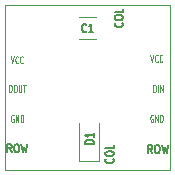
<source format=gbr>
%TF.GenerationSoftware,KiCad,Pcbnew,5.1.9*%
%TF.CreationDate,2021-03-15T11:21:12+01:00*%
%TF.ProjectId,keycap,6b657963-6170-42e6-9b69-6361645f7063,rev?*%
%TF.SameCoordinates,Original*%
%TF.FileFunction,Legend,Top*%
%TF.FilePolarity,Positive*%
%FSLAX46Y46*%
G04 Gerber Fmt 4.6, Leading zero omitted, Abs format (unit mm)*
G04 Created by KiCad (PCBNEW 5.1.9) date 2021-03-15 11:21:12*
%MOMM*%
%LPD*%
G01*
G04 APERTURE LIST*
%ADD10C,0.120000*%
%ADD11C,0.100000*%
%ADD12C,0.150000*%
G04 APERTURE END LIST*
D10*
%TO.C,SW1*%
X128250760Y-99604560D02*
X128250760Y-113574560D01*
X114280760Y-99604560D02*
X128250760Y-99604560D01*
X114280760Y-113574560D02*
X114280760Y-99604560D01*
X128250760Y-113574560D02*
X114280760Y-113574560D01*
%TO.C,D1*%
X120587400Y-112771000D02*
X122287400Y-112771000D01*
X122287400Y-112771000D02*
X122287400Y-109621000D01*
X120587400Y-112771000D02*
X120587400Y-109621000D01*
%TO.C,C1*%
X121970852Y-102464280D02*
X120548348Y-102464280D01*
X121970852Y-100644280D02*
X120548348Y-100644280D01*
%TO.C,J3*%
D11*
X126822238Y-108920000D02*
X126784142Y-108891428D01*
X126727000Y-108891428D01*
X126669857Y-108920000D01*
X126631761Y-108977142D01*
X126612714Y-109034285D01*
X126593666Y-109148571D01*
X126593666Y-109234285D01*
X126612714Y-109348571D01*
X126631761Y-109405714D01*
X126669857Y-109462857D01*
X126727000Y-109491428D01*
X126765095Y-109491428D01*
X126822238Y-109462857D01*
X126841285Y-109434285D01*
X126841285Y-109234285D01*
X126765095Y-109234285D01*
X127012714Y-109491428D02*
X127012714Y-108891428D01*
X127241285Y-109491428D01*
X127241285Y-108891428D01*
X127431761Y-109491428D02*
X127431761Y-108891428D01*
X127527000Y-108891428D01*
X127584142Y-108920000D01*
X127622238Y-108977142D01*
X127641285Y-109034285D01*
X127660333Y-109148571D01*
X127660333Y-109234285D01*
X127641285Y-109348571D01*
X127622238Y-109405714D01*
X127584142Y-109462857D01*
X127527000Y-109491428D01*
X127431761Y-109491428D01*
%TO.C,J9*%
D12*
X124202000Y-101082428D02*
X124235333Y-101111000D01*
X124268666Y-101196714D01*
X124268666Y-101253857D01*
X124235333Y-101339571D01*
X124168666Y-101396714D01*
X124102000Y-101425285D01*
X123968666Y-101453857D01*
X123868666Y-101453857D01*
X123735333Y-101425285D01*
X123668666Y-101396714D01*
X123602000Y-101339571D01*
X123568666Y-101253857D01*
X123568666Y-101196714D01*
X123602000Y-101111000D01*
X123635333Y-101082428D01*
X123568666Y-100711000D02*
X123568666Y-100596714D01*
X123602000Y-100539571D01*
X123668666Y-100482428D01*
X123802000Y-100453857D01*
X124035333Y-100453857D01*
X124168666Y-100482428D01*
X124235333Y-100539571D01*
X124268666Y-100596714D01*
X124268666Y-100711000D01*
X124235333Y-100768142D01*
X124168666Y-100825285D01*
X124035333Y-100853857D01*
X123802000Y-100853857D01*
X123668666Y-100825285D01*
X123602000Y-100768142D01*
X123568666Y-100711000D01*
X124268666Y-99911000D02*
X124268666Y-100196714D01*
X123568666Y-100196714D01*
%TO.C,J4*%
D11*
X114782666Y-103938428D02*
X114916000Y-104538428D01*
X115049333Y-103938428D01*
X115411238Y-104481285D02*
X115392190Y-104509857D01*
X115335047Y-104538428D01*
X115296952Y-104538428D01*
X115239809Y-104509857D01*
X115201714Y-104452714D01*
X115182666Y-104395571D01*
X115163619Y-104281285D01*
X115163619Y-104195571D01*
X115182666Y-104081285D01*
X115201714Y-104024142D01*
X115239809Y-103967000D01*
X115296952Y-103938428D01*
X115335047Y-103938428D01*
X115392190Y-103967000D01*
X115411238Y-103995571D01*
X115811238Y-104481285D02*
X115792190Y-104509857D01*
X115735047Y-104538428D01*
X115696952Y-104538428D01*
X115639809Y-104509857D01*
X115601714Y-104452714D01*
X115582666Y-104395571D01*
X115563619Y-104281285D01*
X115563619Y-104195571D01*
X115582666Y-104081285D01*
X115601714Y-104024142D01*
X115639809Y-103967000D01*
X115696952Y-103938428D01*
X115735047Y-103938428D01*
X115792190Y-103967000D01*
X115811238Y-103995571D01*
%TO.C,J1*%
X126593666Y-103811428D02*
X126727000Y-104411428D01*
X126860333Y-103811428D01*
X127222238Y-104354285D02*
X127203190Y-104382857D01*
X127146047Y-104411428D01*
X127107952Y-104411428D01*
X127050809Y-104382857D01*
X127012714Y-104325714D01*
X126993666Y-104268571D01*
X126974619Y-104154285D01*
X126974619Y-104068571D01*
X126993666Y-103954285D01*
X127012714Y-103897142D01*
X127050809Y-103840000D01*
X127107952Y-103811428D01*
X127146047Y-103811428D01*
X127203190Y-103840000D01*
X127222238Y-103868571D01*
X127622238Y-104354285D02*
X127603190Y-104382857D01*
X127546047Y-104411428D01*
X127507952Y-104411428D01*
X127450809Y-104382857D01*
X127412714Y-104325714D01*
X127393666Y-104268571D01*
X127374619Y-104154285D01*
X127374619Y-104068571D01*
X127393666Y-103954285D01*
X127412714Y-103897142D01*
X127450809Y-103840000D01*
X127507952Y-103811428D01*
X127546047Y-103811428D01*
X127603190Y-103840000D01*
X127622238Y-103868571D01*
%TO.C,J2*%
X126844476Y-106951428D02*
X126844476Y-106351428D01*
X126939714Y-106351428D01*
X126996857Y-106380000D01*
X127034952Y-106437142D01*
X127054000Y-106494285D01*
X127073047Y-106608571D01*
X127073047Y-106694285D01*
X127054000Y-106808571D01*
X127034952Y-106865714D01*
X126996857Y-106922857D01*
X126939714Y-106951428D01*
X126844476Y-106951428D01*
X127244476Y-106951428D02*
X127244476Y-106351428D01*
X127434952Y-106951428D02*
X127434952Y-106351428D01*
X127663523Y-106951428D01*
X127663523Y-106351428D01*
%TO.C,J6*%
X115011238Y-108920000D02*
X114973142Y-108891428D01*
X114916000Y-108891428D01*
X114858857Y-108920000D01*
X114820761Y-108977142D01*
X114801714Y-109034285D01*
X114782666Y-109148571D01*
X114782666Y-109234285D01*
X114801714Y-109348571D01*
X114820761Y-109405714D01*
X114858857Y-109462857D01*
X114916000Y-109491428D01*
X114954095Y-109491428D01*
X115011238Y-109462857D01*
X115030285Y-109434285D01*
X115030285Y-109234285D01*
X114954095Y-109234285D01*
X115201714Y-109491428D02*
X115201714Y-108891428D01*
X115430285Y-109491428D01*
X115430285Y-108891428D01*
X115620761Y-109491428D02*
X115620761Y-108891428D01*
X115716000Y-108891428D01*
X115773142Y-108920000D01*
X115811238Y-108977142D01*
X115830285Y-109034285D01*
X115849333Y-109148571D01*
X115849333Y-109234285D01*
X115830285Y-109348571D01*
X115811238Y-109405714D01*
X115773142Y-109462857D01*
X115716000Y-109491428D01*
X115620761Y-109491428D01*
%TO.C,D1*%
D12*
X121790626Y-111333097D02*
X121090626Y-111333097D01*
X121090626Y-111190240D01*
X121123960Y-111104525D01*
X121190626Y-111047382D01*
X121257293Y-111018811D01*
X121390626Y-110990240D01*
X121490626Y-110990240D01*
X121623960Y-111018811D01*
X121690626Y-111047382D01*
X121757293Y-111104525D01*
X121790626Y-111190240D01*
X121790626Y-111333097D01*
X121790626Y-110418811D02*
X121790626Y-110761668D01*
X121790626Y-110590240D02*
X121090626Y-110590240D01*
X121190626Y-110647382D01*
X121257293Y-110704525D01*
X121290626Y-110761668D01*
%TO.C,J8*%
X123424760Y-112616568D02*
X123458093Y-112645140D01*
X123491426Y-112730854D01*
X123491426Y-112787997D01*
X123458093Y-112873711D01*
X123391426Y-112930854D01*
X123324760Y-112959425D01*
X123191426Y-112987997D01*
X123091426Y-112987997D01*
X122958093Y-112959425D01*
X122891426Y-112930854D01*
X122824760Y-112873711D01*
X122791426Y-112787997D01*
X122791426Y-112730854D01*
X122824760Y-112645140D01*
X122858093Y-112616568D01*
X122791426Y-112245140D02*
X122791426Y-112130854D01*
X122824760Y-112073711D01*
X122891426Y-112016568D01*
X123024760Y-111987997D01*
X123258093Y-111987997D01*
X123391426Y-112016568D01*
X123458093Y-112073711D01*
X123491426Y-112130854D01*
X123491426Y-112245140D01*
X123458093Y-112302282D01*
X123391426Y-112359425D01*
X123258093Y-112387997D01*
X123024760Y-112387997D01*
X122891426Y-112359425D01*
X122824760Y-112302282D01*
X122791426Y-112245140D01*
X123491426Y-111445140D02*
X123491426Y-111730854D01*
X122791426Y-111730854D01*
%TO.C,J5*%
D11*
X114639809Y-106951428D02*
X114639809Y-106351428D01*
X114735047Y-106351428D01*
X114792190Y-106380000D01*
X114830285Y-106437142D01*
X114849333Y-106494285D01*
X114868380Y-106608571D01*
X114868380Y-106694285D01*
X114849333Y-106808571D01*
X114830285Y-106865714D01*
X114792190Y-106922857D01*
X114735047Y-106951428D01*
X114639809Y-106951428D01*
X115116000Y-106351428D02*
X115192190Y-106351428D01*
X115230285Y-106380000D01*
X115268380Y-106437142D01*
X115287428Y-106551428D01*
X115287428Y-106751428D01*
X115268380Y-106865714D01*
X115230285Y-106922857D01*
X115192190Y-106951428D01*
X115116000Y-106951428D01*
X115077904Y-106922857D01*
X115039809Y-106865714D01*
X115020761Y-106751428D01*
X115020761Y-106551428D01*
X115039809Y-106437142D01*
X115077904Y-106380000D01*
X115116000Y-106351428D01*
X115458857Y-106351428D02*
X115458857Y-106837142D01*
X115477904Y-106894285D01*
X115496952Y-106922857D01*
X115535047Y-106951428D01*
X115611238Y-106951428D01*
X115649333Y-106922857D01*
X115668380Y-106894285D01*
X115687428Y-106837142D01*
X115687428Y-106351428D01*
X115820761Y-106351428D02*
X116049333Y-106351428D01*
X115935047Y-106951428D02*
X115935047Y-106351428D01*
%TO.C,J7*%
D12*
X114844571Y-112076666D02*
X114644571Y-111743333D01*
X114501714Y-112076666D02*
X114501714Y-111376666D01*
X114730285Y-111376666D01*
X114787428Y-111410000D01*
X114816000Y-111443333D01*
X114844571Y-111510000D01*
X114844571Y-111610000D01*
X114816000Y-111676666D01*
X114787428Y-111710000D01*
X114730285Y-111743333D01*
X114501714Y-111743333D01*
X115216000Y-111376666D02*
X115330285Y-111376666D01*
X115387428Y-111410000D01*
X115444571Y-111476666D01*
X115473142Y-111610000D01*
X115473142Y-111843333D01*
X115444571Y-111976666D01*
X115387428Y-112043333D01*
X115330285Y-112076666D01*
X115216000Y-112076666D01*
X115158857Y-112043333D01*
X115101714Y-111976666D01*
X115073142Y-111843333D01*
X115073142Y-111610000D01*
X115101714Y-111476666D01*
X115158857Y-111410000D01*
X115216000Y-111376666D01*
X115673142Y-111376666D02*
X115816000Y-112076666D01*
X115930285Y-111576666D01*
X116044571Y-112076666D01*
X116187428Y-111376666D01*
%TO.C,C1*%
X121185000Y-101824600D02*
X121156428Y-101857933D01*
X121070714Y-101891266D01*
X121013571Y-101891266D01*
X120927857Y-101857933D01*
X120870714Y-101791266D01*
X120842142Y-101724600D01*
X120813571Y-101591266D01*
X120813571Y-101491266D01*
X120842142Y-101357933D01*
X120870714Y-101291266D01*
X120927857Y-101224600D01*
X121013571Y-101191266D01*
X121070714Y-101191266D01*
X121156428Y-101224600D01*
X121185000Y-101257933D01*
X121756428Y-101891266D02*
X121413571Y-101891266D01*
X121585000Y-101891266D02*
X121585000Y-101191266D01*
X121527857Y-101291266D01*
X121470714Y-101357933D01*
X121413571Y-101391266D01*
%TO.C,J10*%
X126769871Y-112127466D02*
X126569871Y-111794133D01*
X126427014Y-112127466D02*
X126427014Y-111427466D01*
X126655585Y-111427466D01*
X126712728Y-111460800D01*
X126741300Y-111494133D01*
X126769871Y-111560800D01*
X126769871Y-111660800D01*
X126741300Y-111727466D01*
X126712728Y-111760800D01*
X126655585Y-111794133D01*
X126427014Y-111794133D01*
X127141300Y-111427466D02*
X127255585Y-111427466D01*
X127312728Y-111460800D01*
X127369871Y-111527466D01*
X127398442Y-111660800D01*
X127398442Y-111894133D01*
X127369871Y-112027466D01*
X127312728Y-112094133D01*
X127255585Y-112127466D01*
X127141300Y-112127466D01*
X127084157Y-112094133D01*
X127027014Y-112027466D01*
X126998442Y-111894133D01*
X126998442Y-111660800D01*
X127027014Y-111527466D01*
X127084157Y-111460800D01*
X127141300Y-111427466D01*
X127598442Y-111427466D02*
X127741300Y-112127466D01*
X127855585Y-111627466D01*
X127969871Y-112127466D01*
X128112728Y-111427466D01*
%TD*%
M02*

</source>
